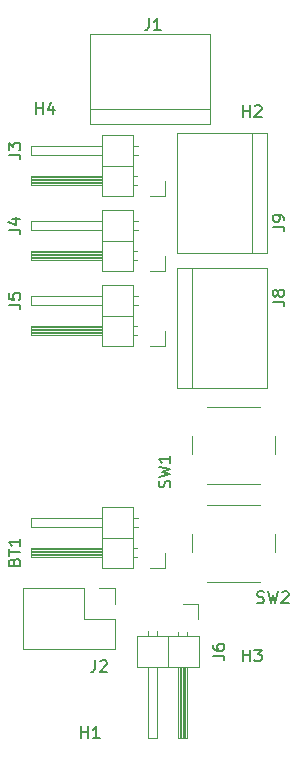
<source format=gbr>
G04 #@! TF.GenerationSoftware,KiCad,Pcbnew,(5.1.5)-3*
G04 #@! TF.CreationDate,2020-12-04T11:48:41+08:00*
G04 #@! TF.ProjectId,Clock PCB,436c6f63-6b20-4504-9342-2e6b69636164,rev?*
G04 #@! TF.SameCoordinates,Original*
G04 #@! TF.FileFunction,Legend,Top*
G04 #@! TF.FilePolarity,Positive*
%FSLAX46Y46*%
G04 Gerber Fmt 4.6, Leading zero omitted, Abs format (unit mm)*
G04 Created by KiCad (PCBNEW (5.1.5)-3) date 2020-12-04 11:48:41*
%MOMM*%
%LPD*%
G04 APERTURE LIST*
%ADD10C,0.120000*%
%ADD11C,0.150000*%
G04 APERTURE END LIST*
D10*
X181864000Y-78740000D02*
X180594000Y-78740000D01*
X181864000Y-77470000D02*
X181864000Y-78740000D01*
X179551071Y-74550000D02*
X179154000Y-74550000D01*
X179551071Y-75310000D02*
X179154000Y-75310000D01*
X170494000Y-74550000D02*
X176494000Y-74550000D01*
X170494000Y-75310000D02*
X170494000Y-74550000D01*
X176494000Y-75310000D02*
X170494000Y-75310000D01*
X179154000Y-76200000D02*
X176494000Y-76200000D01*
X179484000Y-77090000D02*
X179154000Y-77090000D01*
X179484000Y-77850000D02*
X179154000Y-77850000D01*
X176494000Y-77190000D02*
X170494000Y-77190000D01*
X176494000Y-77310000D02*
X170494000Y-77310000D01*
X176494000Y-77430000D02*
X170494000Y-77430000D01*
X176494000Y-77550000D02*
X170494000Y-77550000D01*
X176494000Y-77670000D02*
X170494000Y-77670000D01*
X176494000Y-77790000D02*
X170494000Y-77790000D01*
X170494000Y-77090000D02*
X176494000Y-77090000D01*
X170494000Y-77850000D02*
X170494000Y-77090000D01*
X176494000Y-77850000D02*
X170494000Y-77850000D01*
X176494000Y-78800000D02*
X179154000Y-78800000D01*
X176494000Y-73600000D02*
X176494000Y-78800000D01*
X179154000Y-73600000D02*
X176494000Y-73600000D01*
X179154000Y-78800000D02*
X179154000Y-73600000D01*
X181864000Y-110236000D02*
X180594000Y-110236000D01*
X181864000Y-108966000D02*
X181864000Y-110236000D01*
X179551071Y-106046000D02*
X179154000Y-106046000D01*
X179551071Y-106806000D02*
X179154000Y-106806000D01*
X170494000Y-106046000D02*
X176494000Y-106046000D01*
X170494000Y-106806000D02*
X170494000Y-106046000D01*
X176494000Y-106806000D02*
X170494000Y-106806000D01*
X179154000Y-107696000D02*
X176494000Y-107696000D01*
X179484000Y-108586000D02*
X179154000Y-108586000D01*
X179484000Y-109346000D02*
X179154000Y-109346000D01*
X176494000Y-108686000D02*
X170494000Y-108686000D01*
X176494000Y-108806000D02*
X170494000Y-108806000D01*
X176494000Y-108926000D02*
X170494000Y-108926000D01*
X176494000Y-109046000D02*
X170494000Y-109046000D01*
X176494000Y-109166000D02*
X170494000Y-109166000D01*
X176494000Y-109286000D02*
X170494000Y-109286000D01*
X170494000Y-108586000D02*
X176494000Y-108586000D01*
X170494000Y-109346000D02*
X170494000Y-108586000D01*
X176494000Y-109346000D02*
X170494000Y-109346000D01*
X176494000Y-110296000D02*
X179154000Y-110296000D01*
X176494000Y-105096000D02*
X176494000Y-110296000D01*
X179154000Y-105096000D02*
X176494000Y-105096000D01*
X179154000Y-110296000D02*
X179154000Y-105096000D01*
X184658000Y-113284000D02*
X184658000Y-114554000D01*
X183388000Y-113284000D02*
X184658000Y-113284000D01*
X180468000Y-115596929D02*
X180468000Y-115994000D01*
X181228000Y-115596929D02*
X181228000Y-115994000D01*
X180468000Y-124654000D02*
X180468000Y-118654000D01*
X181228000Y-124654000D02*
X180468000Y-124654000D01*
X181228000Y-118654000D02*
X181228000Y-124654000D01*
X182118000Y-115994000D02*
X182118000Y-118654000D01*
X183008000Y-115664000D02*
X183008000Y-115994000D01*
X183768000Y-115664000D02*
X183768000Y-115994000D01*
X183108000Y-118654000D02*
X183108000Y-124654000D01*
X183228000Y-118654000D02*
X183228000Y-124654000D01*
X183348000Y-118654000D02*
X183348000Y-124654000D01*
X183468000Y-118654000D02*
X183468000Y-124654000D01*
X183588000Y-118654000D02*
X183588000Y-124654000D01*
X183708000Y-118654000D02*
X183708000Y-124654000D01*
X183008000Y-124654000D02*
X183008000Y-118654000D01*
X183768000Y-124654000D02*
X183008000Y-124654000D01*
X183768000Y-118654000D02*
X183768000Y-124654000D01*
X184718000Y-118654000D02*
X184718000Y-115994000D01*
X179518000Y-118654000D02*
X184718000Y-118654000D01*
X179518000Y-115994000D02*
X179518000Y-118654000D01*
X184718000Y-115994000D02*
X179518000Y-115994000D01*
X190500000Y-83566000D02*
X190500000Y-73406000D01*
X182880000Y-83566000D02*
X190500000Y-83566000D01*
X182880000Y-73406000D02*
X182880000Y-83566000D01*
X190500000Y-73406000D02*
X182880000Y-73406000D01*
X189230000Y-73406000D02*
X189230000Y-83566000D01*
X181864000Y-91440000D02*
X180594000Y-91440000D01*
X181864000Y-90170000D02*
X181864000Y-91440000D01*
X179551071Y-87250000D02*
X179154000Y-87250000D01*
X179551071Y-88010000D02*
X179154000Y-88010000D01*
X170494000Y-87250000D02*
X176494000Y-87250000D01*
X170494000Y-88010000D02*
X170494000Y-87250000D01*
X176494000Y-88010000D02*
X170494000Y-88010000D01*
X179154000Y-88900000D02*
X176494000Y-88900000D01*
X179484000Y-89790000D02*
X179154000Y-89790000D01*
X179484000Y-90550000D02*
X179154000Y-90550000D01*
X176494000Y-89890000D02*
X170494000Y-89890000D01*
X176494000Y-90010000D02*
X170494000Y-90010000D01*
X176494000Y-90130000D02*
X170494000Y-90130000D01*
X176494000Y-90250000D02*
X170494000Y-90250000D01*
X176494000Y-90370000D02*
X170494000Y-90370000D01*
X176494000Y-90490000D02*
X170494000Y-90490000D01*
X170494000Y-89790000D02*
X176494000Y-89790000D01*
X170494000Y-90550000D02*
X170494000Y-89790000D01*
X176494000Y-90550000D02*
X170494000Y-90550000D01*
X176494000Y-91500000D02*
X179154000Y-91500000D01*
X176494000Y-86300000D02*
X176494000Y-91500000D01*
X179154000Y-86300000D02*
X176494000Y-86300000D01*
X179154000Y-91500000D02*
X179154000Y-86300000D01*
X181864000Y-85090000D02*
X180594000Y-85090000D01*
X181864000Y-83820000D02*
X181864000Y-85090000D01*
X179551071Y-80900000D02*
X179154000Y-80900000D01*
X179551071Y-81660000D02*
X179154000Y-81660000D01*
X170494000Y-80900000D02*
X176494000Y-80900000D01*
X170494000Y-81660000D02*
X170494000Y-80900000D01*
X176494000Y-81660000D02*
X170494000Y-81660000D01*
X179154000Y-82550000D02*
X176494000Y-82550000D01*
X179484000Y-83440000D02*
X179154000Y-83440000D01*
X179484000Y-84200000D02*
X179154000Y-84200000D01*
X176494000Y-83540000D02*
X170494000Y-83540000D01*
X176494000Y-83660000D02*
X170494000Y-83660000D01*
X176494000Y-83780000D02*
X170494000Y-83780000D01*
X176494000Y-83900000D02*
X170494000Y-83900000D01*
X176494000Y-84020000D02*
X170494000Y-84020000D01*
X176494000Y-84140000D02*
X170494000Y-84140000D01*
X170494000Y-83440000D02*
X176494000Y-83440000D01*
X170494000Y-84200000D02*
X170494000Y-83440000D01*
X176494000Y-84200000D02*
X170494000Y-84200000D01*
X176494000Y-85150000D02*
X179154000Y-85150000D01*
X176494000Y-79950000D02*
X176494000Y-85150000D01*
X179154000Y-79950000D02*
X176494000Y-79950000D01*
X179154000Y-85150000D02*
X179154000Y-79950000D01*
X191154000Y-108918000D02*
X191154000Y-107418000D01*
X189904000Y-104918000D02*
X185404000Y-104918000D01*
X184154000Y-107418000D02*
X184154000Y-108918000D01*
X185404000Y-111418000D02*
X189904000Y-111418000D01*
X184154000Y-99108000D02*
X184154000Y-100608000D01*
X185404000Y-103108000D02*
X189904000Y-103108000D01*
X191154000Y-100608000D02*
X191154000Y-99108000D01*
X189904000Y-96608000D02*
X185404000Y-96608000D01*
X182880000Y-84836000D02*
X182880000Y-94996000D01*
X190500000Y-84836000D02*
X182880000Y-84836000D01*
X190500000Y-94996000D02*
X190500000Y-84836000D01*
X182880000Y-94996000D02*
X190500000Y-94996000D01*
X184150000Y-94996000D02*
X184150000Y-84836000D01*
X177606000Y-111954000D02*
X177606000Y-113284000D01*
X176276000Y-111954000D02*
X177606000Y-111954000D01*
X177606000Y-114554000D02*
X177606000Y-117154000D01*
X175006000Y-114554000D02*
X177606000Y-114554000D01*
X175006000Y-111954000D02*
X175006000Y-114554000D01*
X177606000Y-117154000D02*
X169866000Y-117154000D01*
X175006000Y-111954000D02*
X169866000Y-111954000D01*
X169866000Y-111954000D02*
X169866000Y-117154000D01*
X175514000Y-72644000D02*
X185674000Y-72644000D01*
X175514000Y-65024000D02*
X175514000Y-72644000D01*
X185674000Y-65024000D02*
X175514000Y-65024000D01*
X185674000Y-72644000D02*
X185674000Y-65024000D01*
X185674000Y-71374000D02*
X175514000Y-71374000D01*
D11*
X168616380Y-75263333D02*
X169330666Y-75263333D01*
X169473523Y-75310952D01*
X169568761Y-75406190D01*
X169616380Y-75549047D01*
X169616380Y-75644285D01*
X168616380Y-74882380D02*
X168616380Y-74263333D01*
X168997333Y-74596666D01*
X168997333Y-74453809D01*
X169044952Y-74358571D01*
X169092571Y-74310952D01*
X169187809Y-74263333D01*
X169425904Y-74263333D01*
X169521142Y-74310952D01*
X169568761Y-74358571D01*
X169616380Y-74453809D01*
X169616380Y-74739523D01*
X169568761Y-74834761D01*
X169521142Y-74882380D01*
X169092571Y-109751714D02*
X169140190Y-109608857D01*
X169187809Y-109561238D01*
X169283047Y-109513619D01*
X169425904Y-109513619D01*
X169521142Y-109561238D01*
X169568761Y-109608857D01*
X169616380Y-109704095D01*
X169616380Y-110085047D01*
X168616380Y-110085047D01*
X168616380Y-109751714D01*
X168664000Y-109656476D01*
X168711619Y-109608857D01*
X168806857Y-109561238D01*
X168902095Y-109561238D01*
X168997333Y-109608857D01*
X169044952Y-109656476D01*
X169092571Y-109751714D01*
X169092571Y-110085047D01*
X168616380Y-109227904D02*
X168616380Y-108656476D01*
X169616380Y-108942190D02*
X168616380Y-108942190D01*
X169616380Y-107799333D02*
X169616380Y-108370761D01*
X169616380Y-108085047D02*
X168616380Y-108085047D01*
X168759238Y-108180285D01*
X168854476Y-108275523D01*
X168902095Y-108370761D01*
X185888380Y-117681333D02*
X186602666Y-117681333D01*
X186745523Y-117728952D01*
X186840761Y-117824190D01*
X186888380Y-117967047D01*
X186888380Y-118062285D01*
X185888380Y-116776571D02*
X185888380Y-116967047D01*
X185936000Y-117062285D01*
X185983619Y-117109904D01*
X186126476Y-117205142D01*
X186316952Y-117252761D01*
X186697904Y-117252761D01*
X186793142Y-117205142D01*
X186840761Y-117157523D01*
X186888380Y-117062285D01*
X186888380Y-116871809D01*
X186840761Y-116776571D01*
X186793142Y-116728952D01*
X186697904Y-116681333D01*
X186459809Y-116681333D01*
X186364571Y-116728952D01*
X186316952Y-116776571D01*
X186269333Y-116871809D01*
X186269333Y-117062285D01*
X186316952Y-117157523D01*
X186364571Y-117205142D01*
X186459809Y-117252761D01*
X190968380Y-81359333D02*
X191682666Y-81359333D01*
X191825523Y-81406952D01*
X191920761Y-81502190D01*
X191968380Y-81645047D01*
X191968380Y-81740285D01*
X191968380Y-80835523D02*
X191968380Y-80645047D01*
X191920761Y-80549809D01*
X191873142Y-80502190D01*
X191730285Y-80406952D01*
X191539809Y-80359333D01*
X191158857Y-80359333D01*
X191063619Y-80406952D01*
X191016000Y-80454571D01*
X190968380Y-80549809D01*
X190968380Y-80740285D01*
X191016000Y-80835523D01*
X191063619Y-80883142D01*
X191158857Y-80930761D01*
X191396952Y-80930761D01*
X191492190Y-80883142D01*
X191539809Y-80835523D01*
X191587428Y-80740285D01*
X191587428Y-80549809D01*
X191539809Y-80454571D01*
X191492190Y-80406952D01*
X191396952Y-80359333D01*
X168616380Y-87963333D02*
X169330666Y-87963333D01*
X169473523Y-88010952D01*
X169568761Y-88106190D01*
X169616380Y-88249047D01*
X169616380Y-88344285D01*
X168616380Y-87010952D02*
X168616380Y-87487142D01*
X169092571Y-87534761D01*
X169044952Y-87487142D01*
X168997333Y-87391904D01*
X168997333Y-87153809D01*
X169044952Y-87058571D01*
X169092571Y-87010952D01*
X169187809Y-86963333D01*
X169425904Y-86963333D01*
X169521142Y-87010952D01*
X169568761Y-87058571D01*
X169616380Y-87153809D01*
X169616380Y-87391904D01*
X169568761Y-87487142D01*
X169521142Y-87534761D01*
X168616380Y-81613333D02*
X169330666Y-81613333D01*
X169473523Y-81660952D01*
X169568761Y-81756190D01*
X169616380Y-81899047D01*
X169616380Y-81994285D01*
X168949714Y-80708571D02*
X169616380Y-80708571D01*
X168568761Y-80946666D02*
X169283047Y-81184761D01*
X169283047Y-80565714D01*
X189674666Y-113180761D02*
X189817523Y-113228380D01*
X190055619Y-113228380D01*
X190150857Y-113180761D01*
X190198476Y-113133142D01*
X190246095Y-113037904D01*
X190246095Y-112942666D01*
X190198476Y-112847428D01*
X190150857Y-112799809D01*
X190055619Y-112752190D01*
X189865142Y-112704571D01*
X189769904Y-112656952D01*
X189722285Y-112609333D01*
X189674666Y-112514095D01*
X189674666Y-112418857D01*
X189722285Y-112323619D01*
X189769904Y-112276000D01*
X189865142Y-112228380D01*
X190103238Y-112228380D01*
X190246095Y-112276000D01*
X190579428Y-112228380D02*
X190817523Y-113228380D01*
X191008000Y-112514095D01*
X191198476Y-113228380D01*
X191436571Y-112228380D01*
X191769904Y-112323619D02*
X191817523Y-112276000D01*
X191912761Y-112228380D01*
X192150857Y-112228380D01*
X192246095Y-112276000D01*
X192293714Y-112323619D01*
X192341333Y-112418857D01*
X192341333Y-112514095D01*
X192293714Y-112656952D01*
X191722285Y-113228380D01*
X192341333Y-113228380D01*
X182268761Y-103441333D02*
X182316380Y-103298476D01*
X182316380Y-103060380D01*
X182268761Y-102965142D01*
X182221142Y-102917523D01*
X182125904Y-102869904D01*
X182030666Y-102869904D01*
X181935428Y-102917523D01*
X181887809Y-102965142D01*
X181840190Y-103060380D01*
X181792571Y-103250857D01*
X181744952Y-103346095D01*
X181697333Y-103393714D01*
X181602095Y-103441333D01*
X181506857Y-103441333D01*
X181411619Y-103393714D01*
X181364000Y-103346095D01*
X181316380Y-103250857D01*
X181316380Y-103012761D01*
X181364000Y-102869904D01*
X181316380Y-102536571D02*
X182316380Y-102298476D01*
X181602095Y-102108000D01*
X182316380Y-101917523D01*
X181316380Y-101679428D01*
X182316380Y-100774666D02*
X182316380Y-101346095D01*
X182316380Y-101060380D02*
X181316380Y-101060380D01*
X181459238Y-101155619D01*
X181554476Y-101250857D01*
X181602095Y-101346095D01*
X190968380Y-87709333D02*
X191682666Y-87709333D01*
X191825523Y-87756952D01*
X191920761Y-87852190D01*
X191968380Y-87995047D01*
X191968380Y-88090285D01*
X191396952Y-87090285D02*
X191349333Y-87185523D01*
X191301714Y-87233142D01*
X191206476Y-87280761D01*
X191158857Y-87280761D01*
X191063619Y-87233142D01*
X191016000Y-87185523D01*
X190968380Y-87090285D01*
X190968380Y-86899809D01*
X191016000Y-86804571D01*
X191063619Y-86756952D01*
X191158857Y-86709333D01*
X191206476Y-86709333D01*
X191301714Y-86756952D01*
X191349333Y-86804571D01*
X191396952Y-86899809D01*
X191396952Y-87090285D01*
X191444571Y-87185523D01*
X191492190Y-87233142D01*
X191587428Y-87280761D01*
X191777904Y-87280761D01*
X191873142Y-87233142D01*
X191920761Y-87185523D01*
X191968380Y-87090285D01*
X191968380Y-86899809D01*
X191920761Y-86804571D01*
X191873142Y-86756952D01*
X191777904Y-86709333D01*
X191587428Y-86709333D01*
X191492190Y-86756952D01*
X191444571Y-86804571D01*
X191396952Y-86899809D01*
X175942666Y-118070380D02*
X175942666Y-118784666D01*
X175895047Y-118927523D01*
X175799809Y-119022761D01*
X175656952Y-119070380D01*
X175561714Y-119070380D01*
X176371238Y-118165619D02*
X176418857Y-118118000D01*
X176514095Y-118070380D01*
X176752190Y-118070380D01*
X176847428Y-118118000D01*
X176895047Y-118165619D01*
X176942666Y-118260857D01*
X176942666Y-118356095D01*
X176895047Y-118498952D01*
X176323619Y-119070380D01*
X176942666Y-119070380D01*
X180514666Y-63714380D02*
X180514666Y-64428666D01*
X180467047Y-64571523D01*
X180371809Y-64666761D01*
X180228952Y-64714380D01*
X180133714Y-64714380D01*
X181514666Y-64714380D02*
X180943238Y-64714380D01*
X181228952Y-64714380D02*
X181228952Y-63714380D01*
X181133714Y-63857238D01*
X181038476Y-63952476D01*
X180943238Y-64000095D01*
X170942095Y-71826380D02*
X170942095Y-70826380D01*
X170942095Y-71302571D02*
X171513523Y-71302571D01*
X171513523Y-71826380D02*
X171513523Y-70826380D01*
X172418285Y-71159714D02*
X172418285Y-71826380D01*
X172180190Y-70778761D02*
X171942095Y-71493047D01*
X172561142Y-71493047D01*
X188468095Y-118172380D02*
X188468095Y-117172380D01*
X188468095Y-117648571D02*
X189039523Y-117648571D01*
X189039523Y-118172380D02*
X189039523Y-117172380D01*
X189420476Y-117172380D02*
X190039523Y-117172380D01*
X189706190Y-117553333D01*
X189849047Y-117553333D01*
X189944285Y-117600952D01*
X189991904Y-117648571D01*
X190039523Y-117743809D01*
X190039523Y-117981904D01*
X189991904Y-118077142D01*
X189944285Y-118124761D01*
X189849047Y-118172380D01*
X189563333Y-118172380D01*
X189468095Y-118124761D01*
X189420476Y-118077142D01*
X188468095Y-72080380D02*
X188468095Y-71080380D01*
X188468095Y-71556571D02*
X189039523Y-71556571D01*
X189039523Y-72080380D02*
X189039523Y-71080380D01*
X189468095Y-71175619D02*
X189515714Y-71128000D01*
X189610952Y-71080380D01*
X189849047Y-71080380D01*
X189944285Y-71128000D01*
X189991904Y-71175619D01*
X190039523Y-71270857D01*
X190039523Y-71366095D01*
X189991904Y-71508952D01*
X189420476Y-72080380D01*
X190039523Y-72080380D01*
X174752095Y-124658380D02*
X174752095Y-123658380D01*
X174752095Y-124134571D02*
X175323523Y-124134571D01*
X175323523Y-124658380D02*
X175323523Y-123658380D01*
X176323523Y-124658380D02*
X175752095Y-124658380D01*
X176037809Y-124658380D02*
X176037809Y-123658380D01*
X175942571Y-123801238D01*
X175847333Y-123896476D01*
X175752095Y-123944095D01*
M02*

</source>
